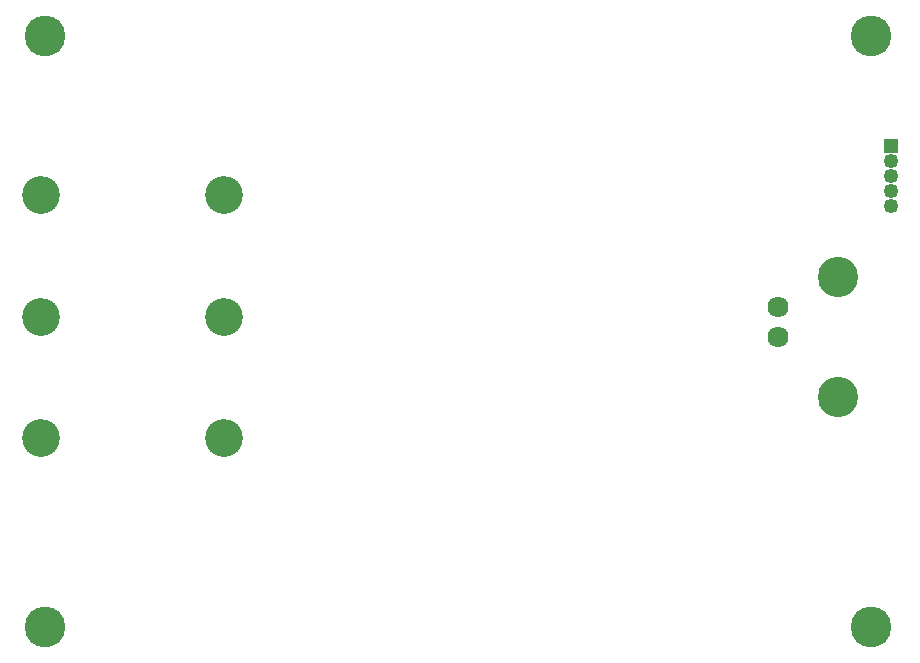
<source format=gbr>
%TF.GenerationSoftware,KiCad,Pcbnew,6.0.4-6f826c9f35~116~ubuntu18.04.1*%
%TF.CreationDate,2022-05-26T20:07:41+01:00*%
%TF.ProjectId,cosmic_ray_detector,636f736d-6963-45f7-9261-795f64657465,1*%
%TF.SameCoordinates,Original*%
%TF.FileFunction,Soldermask,Bot*%
%TF.FilePolarity,Negative*%
%FSLAX46Y46*%
G04 Gerber Fmt 4.6, Leading zero omitted, Abs format (unit mm)*
G04 Created by KiCad (PCBNEW 6.0.4-6f826c9f35~116~ubuntu18.04.1) date 2022-05-26 20:07:41*
%MOMM*%
%LPD*%
G01*
G04 APERTURE LIST*
G04 Aperture macros list*
%AMRoundRect*
0 Rectangle with rounded corners*
0 $1 Rounding radius*
0 $2 $3 $4 $5 $6 $7 $8 $9 X,Y pos of 4 corners*
0 Add a 4 corners polygon primitive as box body*
4,1,4,$2,$3,$4,$5,$6,$7,$8,$9,$2,$3,0*
0 Add four circle primitives for the rounded corners*
1,1,$1+$1,$2,$3*
1,1,$1+$1,$4,$5*
1,1,$1+$1,$6,$7*
1,1,$1+$1,$8,$9*
0 Add four rect primitives between the rounded corners*
20,1,$1+$1,$2,$3,$4,$5,0*
20,1,$1+$1,$4,$5,$6,$7,0*
20,1,$1+$1,$6,$7,$8,$9,0*
20,1,$1+$1,$8,$9,$2,$3,0*%
G04 Aperture macros list end*
%ADD10C,3.450000*%
%ADD11C,3.205000*%
%ADD12C,1.790000*%
%ADD13C,3.415000*%
%ADD14RoundRect,0.125000X-0.500000X-0.500000X0.500000X-0.500000X0.500000X0.500000X-0.500000X0.500000X0*%
%ADD15O,1.250000X1.250000*%
G04 APERTURE END LIST*
D10*
%TO.C,REF\u002A\u002A*%
X135076000Y-66920000D03*
%TD*%
%TO.C,REF\u002A\u002A*%
X135076000Y-116920000D03*
%TD*%
%TO.C,REF\u002A\u002A*%
X65076000Y-116920000D03*
%TD*%
%TO.C,REF\u002A\u002A*%
X65076000Y-66920000D03*
%TD*%
D11*
%TO.C,J3*%
X64750000Y-100970000D03*
X80250000Y-100970000D03*
%TD*%
D12*
%TO.C,J6*%
X127170000Y-89880000D03*
X127170000Y-92420000D03*
D13*
X132250000Y-87340000D03*
X132250000Y-97500000D03*
%TD*%
D11*
%TO.C,J4*%
X80250000Y-80328100D03*
X64750000Y-80328100D03*
%TD*%
%TO.C,J5*%
X80250000Y-90670000D03*
X64750000Y-90670000D03*
%TD*%
D14*
%TO.C,J2*%
X136750000Y-76230000D03*
D15*
X136750000Y-77500000D03*
X136750000Y-78770000D03*
X136750000Y-80040000D03*
X136750000Y-81310000D03*
%TD*%
M02*

</source>
